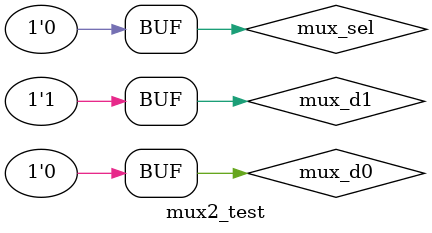
<source format=sv>
module mux2_test;

// Put your code here
// ------------------
    logic mux_d0;
    logic mux_d1;
    logic mux_sel;
    logic mux_z;

    mux2 uut(
        .d0(mux_d0),
        .d1(mux_d1),
        .sel(mux_sel),
        .z(mux_z)
    );

    initial begin
        // 0 - 30
        // 0,0,0 -> 0
        mux_d0 = 1'b0;
        mux_d1 = 1'b0;
        mux_sel = 1'b0;

        // 30 - 60
        // 0,0,1 -> 0
        #30
        mux_d0 = 1'b0;
        mux_d1 = 1'b0;
        mux_sel = 1'b1;

        // 60 - 90
        // 0,1,1 -> 1
        #30
        mux_d0 = 1'b0;
        mux_d1 = 1'b1;
        mux_sel = 1'b1;

        // 90 - 120
        // 1,1,1 -> 1
        #30
        mux_d0 = 1'b1;
        mux_d1 = 1'b1;
        mux_sel = 1'b1;

        // 120 - 150
        // 1,0,1 -> 0
        #30
        mux_d0 = 1'b1;
        mux_d1 = 1'b0;
        mux_sel = 1'b1;

        // 150 - 180
        // 1,0,0 -> 1
        #30
        mux_d0 = 1'b1;
        mux_d1 = 1'b0;
        mux_sel = 1'b0;

        // 180 - 210
        // 1,1,0 -> 1
        #30
        mux_d0 = 1'b1;
        mux_d1 = 1'b1;
        mux_sel = 1'b0;

        // 210 - 240
        // 0,1,0 -> 0
        #30
        mux_d0 = 1'b0;
        mux_d1 = 1'b1;
        mux_sel = 1'b0;

        // 240 - 270
        #30;
    end


// End of your code

endmodule

</source>
